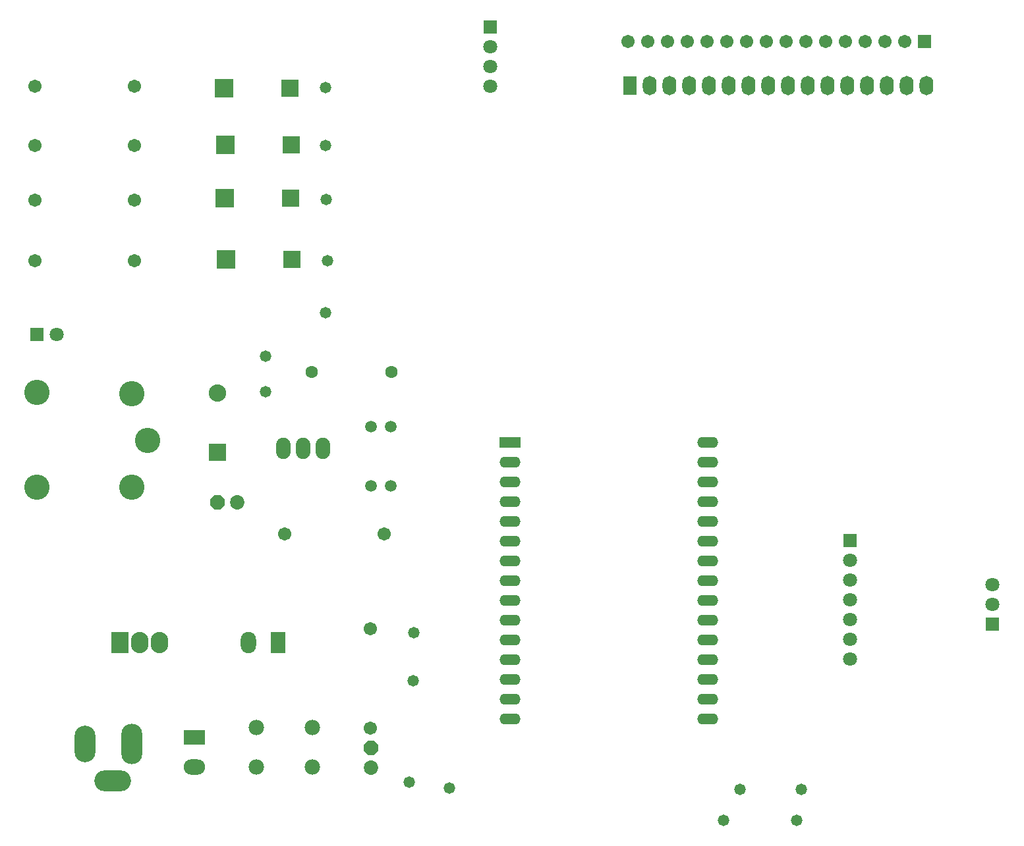
<source format=gts>
G04*
G04 #@! TF.GenerationSoftware,Altium Limited,Altium Designer,21.9.2 (33)*
G04*
G04 Layer_Color=8388736*
%FSTAX24Y24*%
%MOIN*%
G70*
G04*
G04 #@! TF.SameCoordinates,C5A77AB0-E889-4DE2-9FB0-3BE7D8941CBD*
G04*
G04*
G04 #@! TF.FilePolarity,Negative*
G04*
G01*
G75*
%ADD20R,0.0867X0.0867*%
%ADD21R,0.0926X0.0926*%
%ADD22P,0.0790X8X292.5*%
%ADD23C,0.0730*%
%ADD24C,0.0710*%
%ADD25R,0.0710X0.0710*%
%ADD26C,0.0671*%
%ADD27R,0.0671X0.0671*%
%ADD28O,0.1064X0.0552*%
%ADD29R,0.1064X0.0552*%
%ADD30C,0.1280*%
%ADD31C,0.0880*%
%ADD32R,0.0880X0.0880*%
%ADD33P,0.0790X8X22.5*%
%ADD34C,0.0780*%
%ADD35O,0.1852X0.1064*%
%ADD36O,0.1064X0.1852*%
%ADD37O,0.1064X0.2049*%
%ADD38O,0.0780X0.1080*%
%ADD39R,0.0780X0.1080*%
%ADD40R,0.0880X0.1080*%
%ADD41O,0.0880X0.1080*%
%ADD42R,0.0700X0.0980*%
%ADD43O,0.0700X0.0980*%
%ADD44R,0.0710X0.0710*%
%ADD45C,0.0591*%
%ADD46C,0.0631*%
%ADD47O,0.0740X0.1080*%
%ADD48R,0.1080X0.0780*%
%ADD49O,0.1080X0.0780*%
%ADD50C,0.0580*%
D20*
X026663Y049108D02*
D03*
X026732Y04622D02*
D03*
X026752Y040409D02*
D03*
X026683Y043514D02*
D03*
D21*
X023317Y049108D02*
D03*
X023386Y04622D02*
D03*
X023406Y040409D02*
D03*
X023337Y043514D02*
D03*
D22*
X030748Y015707D02*
D03*
D23*
Y014707D02*
D03*
X023992Y02811D02*
D03*
D24*
X03678Y050189D02*
D03*
Y051189D02*
D03*
Y049189D02*
D03*
X062189Y022972D02*
D03*
Y023972D02*
D03*
X054972Y020201D02*
D03*
Y024201D02*
D03*
Y025201D02*
D03*
Y023201D02*
D03*
Y022201D02*
D03*
Y021201D02*
D03*
X014843Y036614D02*
D03*
D25*
X03678Y052189D02*
D03*
X062189Y021972D02*
D03*
X054972Y026201D02*
D03*
D26*
X043752Y051472D02*
D03*
X044752D02*
D03*
X045752D02*
D03*
X046752D02*
D03*
X047752D02*
D03*
X048752D02*
D03*
X049752D02*
D03*
X050752D02*
D03*
X051752D02*
D03*
X052752D02*
D03*
X053752D02*
D03*
X054752D02*
D03*
X055752D02*
D03*
X056752D02*
D03*
X057752D02*
D03*
X026378Y026535D02*
D03*
X031417D02*
D03*
X01878Y040354D02*
D03*
X01374D02*
D03*
Y049193D02*
D03*
Y043425D02*
D03*
Y046181D02*
D03*
X01878D02*
D03*
Y043425D02*
D03*
Y049193D02*
D03*
X030709Y021732D02*
D03*
Y016693D02*
D03*
D27*
X058752Y051472D02*
D03*
D28*
X047768Y017157D02*
D03*
X037768Y030157D02*
D03*
Y029157D02*
D03*
Y028157D02*
D03*
Y027157D02*
D03*
Y026157D02*
D03*
Y025157D02*
D03*
Y024157D02*
D03*
Y023157D02*
D03*
Y022157D02*
D03*
Y021157D02*
D03*
Y020157D02*
D03*
Y019157D02*
D03*
Y018157D02*
D03*
Y017157D02*
D03*
X047768Y031157D02*
D03*
Y030157D02*
D03*
Y029157D02*
D03*
Y028157D02*
D03*
Y027157D02*
D03*
Y026157D02*
D03*
Y025157D02*
D03*
Y024157D02*
D03*
Y023157D02*
D03*
Y022157D02*
D03*
Y021157D02*
D03*
Y020157D02*
D03*
Y019157D02*
D03*
Y018157D02*
D03*
D29*
X037768Y031157D02*
D03*
D30*
X018661Y033622D02*
D03*
Y028898D02*
D03*
X013858Y033698D02*
D03*
Y028898D02*
D03*
X019449Y03126D02*
D03*
D31*
X022992Y033669D02*
D03*
D32*
Y030669D02*
D03*
D33*
X022992Y02811D02*
D03*
D34*
X027795Y016709D02*
D03*
Y014709D02*
D03*
X024961D02*
D03*
Y016709D02*
D03*
D35*
X017677Y014016D02*
D03*
D36*
X016299Y015906D02*
D03*
D37*
X018661D02*
D03*
D38*
X024567Y021024D02*
D03*
D39*
X026067D02*
D03*
D40*
X018055D02*
D03*
D41*
X019055D02*
D03*
X020055D02*
D03*
D42*
X043835Y049232D02*
D03*
D43*
X044835D02*
D03*
X045835D02*
D03*
X046835D02*
D03*
X047835D02*
D03*
X048835D02*
D03*
X049835D02*
D03*
X050835D02*
D03*
X051835D02*
D03*
X052835D02*
D03*
X053835D02*
D03*
X054835D02*
D03*
X055835D02*
D03*
X056835D02*
D03*
X057835D02*
D03*
X058835D02*
D03*
D44*
X013843Y036614D02*
D03*
D45*
X03176Y028972D02*
D03*
X03076D02*
D03*
X03176Y031972D02*
D03*
X03076D02*
D03*
D46*
X031772Y034724D02*
D03*
X027756D02*
D03*
D47*
X028323Y030866D02*
D03*
X027323D02*
D03*
X026323D02*
D03*
D48*
X021811Y016224D02*
D03*
D49*
Y014724D02*
D03*
D50*
X052508Y013583D02*
D03*
X049406Y013598D02*
D03*
X034717Y013669D02*
D03*
X032697Y013957D02*
D03*
X048575Y012035D02*
D03*
X052276D02*
D03*
X032906Y021512D02*
D03*
X032874Y019087D02*
D03*
X028496Y043472D02*
D03*
X028535Y04037D02*
D03*
X028465Y046181D02*
D03*
Y049134D02*
D03*
Y037717D02*
D03*
X025433Y035512D02*
D03*
Y03374D02*
D03*
M02*

</source>
